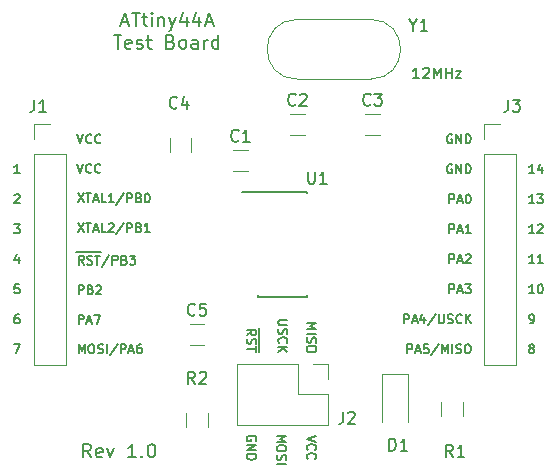
<source format=gbr>
G04 #@! TF.GenerationSoftware,KiCad,Pcbnew,(5.0.2)-1*
G04 #@! TF.CreationDate,2019-01-15T12:25:10+01:00*
G04 #@! TF.ProjectId,ATtiny44_DevBoard,41547469-6e79-4343-945f-446576426f61,rev?*
G04 #@! TF.SameCoordinates,Original*
G04 #@! TF.FileFunction,Legend,Top*
G04 #@! TF.FilePolarity,Positive*
%FSLAX46Y46*%
G04 Gerber Fmt 4.6, Leading zero omitted, Abs format (unit mm)*
G04 Created by KiCad (PCBNEW (5.0.2)-1) date 15/01/2019 12:25:10*
%MOMM*%
%LPD*%
G01*
G04 APERTURE LIST*
%ADD10C,0.177800*%
%ADD11C,0.203200*%
%ADD12C,0.127000*%
%ADD13C,0.152400*%
%ADD14C,0.120000*%
%ADD15C,0.150000*%
G04 APERTURE END LIST*
D10*
X132760357Y-110245071D02*
X132379357Y-109700785D01*
X132107214Y-110245071D02*
X132107214Y-109102071D01*
X132542642Y-109102071D01*
X132651500Y-109156500D01*
X132705928Y-109210928D01*
X132760357Y-109319785D01*
X132760357Y-109483071D01*
X132705928Y-109591928D01*
X132651500Y-109646357D01*
X132542642Y-109700785D01*
X132107214Y-109700785D01*
X133685642Y-110190642D02*
X133576785Y-110245071D01*
X133359071Y-110245071D01*
X133250214Y-110190642D01*
X133195785Y-110081785D01*
X133195785Y-109646357D01*
X133250214Y-109537500D01*
X133359071Y-109483071D01*
X133576785Y-109483071D01*
X133685642Y-109537500D01*
X133740071Y-109646357D01*
X133740071Y-109755214D01*
X133195785Y-109864071D01*
X134121071Y-109483071D02*
X134393214Y-110245071D01*
X134665357Y-109483071D01*
X136570357Y-110245071D02*
X135917214Y-110245071D01*
X136243785Y-110245071D02*
X136243785Y-109102071D01*
X136134928Y-109265357D01*
X136026071Y-109374214D01*
X135917214Y-109428642D01*
X137060214Y-110136214D02*
X137114642Y-110190642D01*
X137060214Y-110245071D01*
X137005785Y-110190642D01*
X137060214Y-110136214D01*
X137060214Y-110245071D01*
X137822214Y-109102071D02*
X137931071Y-109102071D01*
X138039928Y-109156500D01*
X138094357Y-109210928D01*
X138148785Y-109319785D01*
X138203214Y-109537500D01*
X138203214Y-109809642D01*
X138148785Y-110027357D01*
X138094357Y-110136214D01*
X138039928Y-110190642D01*
X137931071Y-110245071D01*
X137822214Y-110245071D01*
X137713357Y-110190642D01*
X137658928Y-110136214D01*
X137604500Y-110027357D01*
X137550071Y-109809642D01*
X137550071Y-109537500D01*
X137604500Y-109319785D01*
X137658928Y-109210928D01*
X137713357Y-109156500D01*
X137822214Y-109102071D01*
D11*
X135354785Y-73399650D02*
X135899071Y-73399650D01*
X135245928Y-73726221D02*
X135626928Y-72583221D01*
X136007928Y-73726221D01*
X136225642Y-72583221D02*
X136878785Y-72583221D01*
X136552214Y-73726221D02*
X136552214Y-72583221D01*
X137096500Y-72964221D02*
X137531928Y-72964221D01*
X137259785Y-72583221D02*
X137259785Y-73562935D01*
X137314214Y-73671792D01*
X137423071Y-73726221D01*
X137531928Y-73726221D01*
X137912928Y-73726221D02*
X137912928Y-72964221D01*
X137912928Y-72583221D02*
X137858500Y-72637650D01*
X137912928Y-72692078D01*
X137967357Y-72637650D01*
X137912928Y-72583221D01*
X137912928Y-72692078D01*
X138457214Y-72964221D02*
X138457214Y-73726221D01*
X138457214Y-73073078D02*
X138511642Y-73018650D01*
X138620500Y-72964221D01*
X138783785Y-72964221D01*
X138892642Y-73018650D01*
X138947071Y-73127507D01*
X138947071Y-73726221D01*
X139382500Y-72964221D02*
X139654642Y-73726221D01*
X139926785Y-72964221D02*
X139654642Y-73726221D01*
X139545785Y-73998364D01*
X139491357Y-74052792D01*
X139382500Y-74107221D01*
X140852071Y-72964221D02*
X140852071Y-73726221D01*
X140579928Y-72528792D02*
X140307785Y-73345221D01*
X141015357Y-73345221D01*
X141940642Y-72964221D02*
X141940642Y-73726221D01*
X141668500Y-72528792D02*
X141396357Y-73345221D01*
X142103928Y-73345221D01*
X142484928Y-73399650D02*
X143029214Y-73399650D01*
X142376071Y-73726221D02*
X142757071Y-72583221D01*
X143138071Y-73726221D01*
X134674428Y-74500921D02*
X135327571Y-74500921D01*
X135001000Y-75643921D02*
X135001000Y-74500921D01*
X136144000Y-75589492D02*
X136035142Y-75643921D01*
X135817428Y-75643921D01*
X135708571Y-75589492D01*
X135654142Y-75480635D01*
X135654142Y-75045207D01*
X135708571Y-74936350D01*
X135817428Y-74881921D01*
X136035142Y-74881921D01*
X136144000Y-74936350D01*
X136198428Y-75045207D01*
X136198428Y-75154064D01*
X135654142Y-75262921D01*
X136633857Y-75589492D02*
X136742714Y-75643921D01*
X136960428Y-75643921D01*
X137069285Y-75589492D01*
X137123714Y-75480635D01*
X137123714Y-75426207D01*
X137069285Y-75317350D01*
X136960428Y-75262921D01*
X136797142Y-75262921D01*
X136688285Y-75208492D01*
X136633857Y-75099635D01*
X136633857Y-75045207D01*
X136688285Y-74936350D01*
X136797142Y-74881921D01*
X136960428Y-74881921D01*
X137069285Y-74936350D01*
X137450285Y-74881921D02*
X137885714Y-74881921D01*
X137613571Y-74500921D02*
X137613571Y-75480635D01*
X137668000Y-75589492D01*
X137776857Y-75643921D01*
X137885714Y-75643921D01*
X139518571Y-75045207D02*
X139681857Y-75099635D01*
X139736285Y-75154064D01*
X139790714Y-75262921D01*
X139790714Y-75426207D01*
X139736285Y-75535064D01*
X139681857Y-75589492D01*
X139573000Y-75643921D01*
X139137571Y-75643921D01*
X139137571Y-74500921D01*
X139518571Y-74500921D01*
X139627428Y-74555350D01*
X139681857Y-74609778D01*
X139736285Y-74718635D01*
X139736285Y-74827492D01*
X139681857Y-74936350D01*
X139627428Y-74990778D01*
X139518571Y-75045207D01*
X139137571Y-75045207D01*
X140443857Y-75643921D02*
X140335000Y-75589492D01*
X140280571Y-75535064D01*
X140226142Y-75426207D01*
X140226142Y-75099635D01*
X140280571Y-74990778D01*
X140335000Y-74936350D01*
X140443857Y-74881921D01*
X140607142Y-74881921D01*
X140716000Y-74936350D01*
X140770428Y-74990778D01*
X140824857Y-75099635D01*
X140824857Y-75426207D01*
X140770428Y-75535064D01*
X140716000Y-75589492D01*
X140607142Y-75643921D01*
X140443857Y-75643921D01*
X141804571Y-75643921D02*
X141804571Y-75045207D01*
X141750142Y-74936350D01*
X141641285Y-74881921D01*
X141423571Y-74881921D01*
X141314714Y-74936350D01*
X141804571Y-75589492D02*
X141695714Y-75643921D01*
X141423571Y-75643921D01*
X141314714Y-75589492D01*
X141260285Y-75480635D01*
X141260285Y-75371778D01*
X141314714Y-75262921D01*
X141423571Y-75208492D01*
X141695714Y-75208492D01*
X141804571Y-75154064D01*
X142348857Y-75643921D02*
X142348857Y-74881921D01*
X142348857Y-75099635D02*
X142403285Y-74990778D01*
X142457714Y-74936350D01*
X142566571Y-74881921D01*
X142675428Y-74881921D01*
X143546285Y-75643921D02*
X143546285Y-74500921D01*
X143546285Y-75589492D02*
X143437428Y-75643921D01*
X143219714Y-75643921D01*
X143110857Y-75589492D01*
X143056428Y-75535064D01*
X143002000Y-75426207D01*
X143002000Y-75099635D01*
X143056428Y-74990778D01*
X143110857Y-74936350D01*
X143219714Y-74881921D01*
X143437428Y-74881921D01*
X143546285Y-74936350D01*
D12*
X146685000Y-108829928D02*
X146721285Y-108757357D01*
X146721285Y-108648500D01*
X146685000Y-108539642D01*
X146612428Y-108467071D01*
X146539857Y-108430785D01*
X146394714Y-108394500D01*
X146285857Y-108394500D01*
X146140714Y-108430785D01*
X146068142Y-108467071D01*
X145995571Y-108539642D01*
X145959285Y-108648500D01*
X145959285Y-108721071D01*
X145995571Y-108829928D01*
X146031857Y-108866214D01*
X146285857Y-108866214D01*
X146285857Y-108721071D01*
X145959285Y-109192785D02*
X146721285Y-109192785D01*
X145959285Y-109628214D01*
X146721285Y-109628214D01*
X145959285Y-109991071D02*
X146721285Y-109991071D01*
X146721285Y-110172500D01*
X146685000Y-110281357D01*
X146612428Y-110353928D01*
X146539857Y-110390214D01*
X146394714Y-110426500D01*
X146285857Y-110426500D01*
X146140714Y-110390214D01*
X146068142Y-110353928D01*
X145995571Y-110281357D01*
X145959285Y-110172500D01*
X145959285Y-109991071D01*
X148499285Y-108403571D02*
X149261285Y-108403571D01*
X148717000Y-108657571D01*
X149261285Y-108911571D01*
X148499285Y-108911571D01*
X149261285Y-109419571D02*
X149261285Y-109564714D01*
X149225000Y-109637285D01*
X149152428Y-109709857D01*
X149007285Y-109746142D01*
X148753285Y-109746142D01*
X148608142Y-109709857D01*
X148535571Y-109637285D01*
X148499285Y-109564714D01*
X148499285Y-109419571D01*
X148535571Y-109347000D01*
X148608142Y-109274428D01*
X148753285Y-109238142D01*
X149007285Y-109238142D01*
X149152428Y-109274428D01*
X149225000Y-109347000D01*
X149261285Y-109419571D01*
X148535571Y-110036428D02*
X148499285Y-110145285D01*
X148499285Y-110326714D01*
X148535571Y-110399285D01*
X148571857Y-110435571D01*
X148644428Y-110471857D01*
X148717000Y-110471857D01*
X148789571Y-110435571D01*
X148825857Y-110399285D01*
X148862142Y-110326714D01*
X148898428Y-110181571D01*
X148934714Y-110109000D01*
X148971000Y-110072714D01*
X149043571Y-110036428D01*
X149116142Y-110036428D01*
X149188714Y-110072714D01*
X149225000Y-110109000D01*
X149261285Y-110181571D01*
X149261285Y-110363000D01*
X149225000Y-110471857D01*
X148499285Y-110798428D02*
X149261285Y-110798428D01*
X151801285Y-108394500D02*
X151039285Y-108648500D01*
X151801285Y-108902500D01*
X151111857Y-109591928D02*
X151075571Y-109555642D01*
X151039285Y-109446785D01*
X151039285Y-109374214D01*
X151075571Y-109265357D01*
X151148142Y-109192785D01*
X151220714Y-109156500D01*
X151365857Y-109120214D01*
X151474714Y-109120214D01*
X151619857Y-109156500D01*
X151692428Y-109192785D01*
X151765000Y-109265357D01*
X151801285Y-109374214D01*
X151801285Y-109446785D01*
X151765000Y-109555642D01*
X151728714Y-109591928D01*
X151111857Y-110353928D02*
X151075571Y-110317642D01*
X151039285Y-110208785D01*
X151039285Y-110136214D01*
X151075571Y-110027357D01*
X151148142Y-109954785D01*
X151220714Y-109918500D01*
X151365857Y-109882214D01*
X151474714Y-109882214D01*
X151619857Y-109918500D01*
X151692428Y-109954785D01*
X151765000Y-110027357D01*
X151801285Y-110136214D01*
X151801285Y-110208785D01*
X151765000Y-110317642D01*
X151728714Y-110353928D01*
X151039285Y-98896714D02*
X151801285Y-98896714D01*
X151257000Y-99150714D01*
X151801285Y-99404714D01*
X151039285Y-99404714D01*
X151039285Y-99767571D02*
X151801285Y-99767571D01*
X151075571Y-100094143D02*
X151039285Y-100203000D01*
X151039285Y-100384428D01*
X151075571Y-100457000D01*
X151111857Y-100493285D01*
X151184428Y-100529571D01*
X151257000Y-100529571D01*
X151329571Y-100493285D01*
X151365857Y-100457000D01*
X151402142Y-100384428D01*
X151438428Y-100239285D01*
X151474714Y-100166714D01*
X151511000Y-100130428D01*
X151583571Y-100094143D01*
X151656142Y-100094143D01*
X151728714Y-100130428D01*
X151765000Y-100166714D01*
X151801285Y-100239285D01*
X151801285Y-100420714D01*
X151765000Y-100529571D01*
X151801285Y-101001285D02*
X151801285Y-101146428D01*
X151765000Y-101219000D01*
X151692428Y-101291571D01*
X151547285Y-101327857D01*
X151293285Y-101327857D01*
X151148142Y-101291571D01*
X151075571Y-101219000D01*
X151039285Y-101146428D01*
X151039285Y-101001285D01*
X151075571Y-100928714D01*
X151148142Y-100856143D01*
X151293285Y-100819857D01*
X151547285Y-100819857D01*
X151692428Y-100856143D01*
X151765000Y-100928714D01*
X151801285Y-101001285D01*
X149383205Y-98606428D02*
X148766348Y-98606428D01*
X148693777Y-98642714D01*
X148657491Y-98679000D01*
X148621205Y-98751571D01*
X148621205Y-98896714D01*
X148657491Y-98969285D01*
X148693777Y-99005571D01*
X148766348Y-99041857D01*
X149383205Y-99041857D01*
X148657491Y-99368428D02*
X148621205Y-99477285D01*
X148621205Y-99658714D01*
X148657491Y-99731285D01*
X148693777Y-99767571D01*
X148766348Y-99803857D01*
X148838920Y-99803857D01*
X148911491Y-99767571D01*
X148947777Y-99731285D01*
X148984062Y-99658714D01*
X149020348Y-99513571D01*
X149056634Y-99441000D01*
X149092920Y-99404714D01*
X149165491Y-99368428D01*
X149238062Y-99368428D01*
X149310634Y-99404714D01*
X149346920Y-99441000D01*
X149383205Y-99513571D01*
X149383205Y-99695000D01*
X149346920Y-99803857D01*
X148693777Y-100565857D02*
X148657491Y-100529571D01*
X148621205Y-100420714D01*
X148621205Y-100348142D01*
X148657491Y-100239285D01*
X148730062Y-100166714D01*
X148802634Y-100130428D01*
X148947777Y-100094142D01*
X149056634Y-100094142D01*
X149201777Y-100130428D01*
X149274348Y-100166714D01*
X149346920Y-100239285D01*
X149383205Y-100348142D01*
X149383205Y-100420714D01*
X149346920Y-100529571D01*
X149310634Y-100565857D01*
X148621205Y-100892428D02*
X149383205Y-100892428D01*
X148621205Y-101327857D02*
X149056634Y-101001285D01*
X149383205Y-101327857D02*
X148947777Y-100892428D01*
X147017740Y-99295857D02*
X147017740Y-100057857D01*
X145959285Y-99912714D02*
X146322142Y-99658714D01*
X145959285Y-99477285D02*
X146721285Y-99477285D01*
X146721285Y-99767571D01*
X146685000Y-99840142D01*
X146648714Y-99876428D01*
X146576142Y-99912714D01*
X146467285Y-99912714D01*
X146394714Y-99876428D01*
X146358428Y-99840142D01*
X146322142Y-99767571D01*
X146322142Y-99477285D01*
X147017740Y-100057857D02*
X147017740Y-100783571D01*
X145995571Y-100203000D02*
X145959285Y-100311857D01*
X145959285Y-100493285D01*
X145995571Y-100565857D01*
X146031857Y-100602142D01*
X146104428Y-100638428D01*
X146177000Y-100638428D01*
X146249571Y-100602142D01*
X146285857Y-100565857D01*
X146322142Y-100493285D01*
X146358428Y-100348142D01*
X146394714Y-100275571D01*
X146431000Y-100239285D01*
X146503571Y-100203000D01*
X146576142Y-100203000D01*
X146648714Y-100239285D01*
X146685000Y-100275571D01*
X146721285Y-100348142D01*
X146721285Y-100529571D01*
X146685000Y-100638428D01*
X147017740Y-100783571D02*
X147017740Y-101364142D01*
X146721285Y-100856142D02*
X146721285Y-101291571D01*
X145959285Y-101073857D02*
X146721285Y-101073857D01*
X170288857Y-86196714D02*
X169853428Y-86196714D01*
X170071142Y-86196714D02*
X170071142Y-85434714D01*
X169998571Y-85543571D01*
X169926000Y-85616142D01*
X169853428Y-85652428D01*
X170942000Y-85688714D02*
X170942000Y-86196714D01*
X170760571Y-85398428D02*
X170579142Y-85942714D01*
X171050857Y-85942714D01*
X170288857Y-88736714D02*
X169853428Y-88736714D01*
X170071142Y-88736714D02*
X170071142Y-87974714D01*
X169998571Y-88083571D01*
X169926000Y-88156142D01*
X169853428Y-88192428D01*
X170542857Y-87974714D02*
X171014571Y-87974714D01*
X170760571Y-88265000D01*
X170869428Y-88265000D01*
X170942000Y-88301285D01*
X170978285Y-88337571D01*
X171014571Y-88410142D01*
X171014571Y-88591571D01*
X170978285Y-88664142D01*
X170942000Y-88700428D01*
X170869428Y-88736714D01*
X170651714Y-88736714D01*
X170579142Y-88700428D01*
X170542857Y-88664142D01*
X170288857Y-91276714D02*
X169853428Y-91276714D01*
X170071142Y-91276714D02*
X170071142Y-90514714D01*
X169998571Y-90623571D01*
X169926000Y-90696142D01*
X169853428Y-90732428D01*
X170579142Y-90587285D02*
X170615428Y-90551000D01*
X170688000Y-90514714D01*
X170869428Y-90514714D01*
X170942000Y-90551000D01*
X170978285Y-90587285D01*
X171014571Y-90659857D01*
X171014571Y-90732428D01*
X170978285Y-90841285D01*
X170542857Y-91276714D01*
X171014571Y-91276714D01*
X170288857Y-93816714D02*
X169853428Y-93816714D01*
X170071142Y-93816714D02*
X170071142Y-93054714D01*
X169998571Y-93163571D01*
X169926000Y-93236142D01*
X169853428Y-93272428D01*
X171014571Y-93816714D02*
X170579142Y-93816714D01*
X170796857Y-93816714D02*
X170796857Y-93054714D01*
X170724285Y-93163571D01*
X170651714Y-93236142D01*
X170579142Y-93272428D01*
X170288857Y-96356714D02*
X169853428Y-96356714D01*
X170071142Y-96356714D02*
X170071142Y-95594714D01*
X169998571Y-95703571D01*
X169926000Y-95776142D01*
X169853428Y-95812428D01*
X170760571Y-95594714D02*
X170833142Y-95594714D01*
X170905714Y-95631000D01*
X170942000Y-95667285D01*
X170978285Y-95739857D01*
X171014571Y-95885000D01*
X171014571Y-96066428D01*
X170978285Y-96211571D01*
X170942000Y-96284142D01*
X170905714Y-96320428D01*
X170833142Y-96356714D01*
X170760571Y-96356714D01*
X170688000Y-96320428D01*
X170651714Y-96284142D01*
X170615428Y-96211571D01*
X170579142Y-96066428D01*
X170579142Y-95885000D01*
X170615428Y-95739857D01*
X170651714Y-95667285D01*
X170688000Y-95631000D01*
X170760571Y-95594714D01*
X169926000Y-98896714D02*
X170071143Y-98896714D01*
X170143714Y-98860428D01*
X170180000Y-98824142D01*
X170252571Y-98715285D01*
X170288857Y-98570142D01*
X170288857Y-98279857D01*
X170252571Y-98207285D01*
X170216285Y-98171000D01*
X170143714Y-98134714D01*
X169998571Y-98134714D01*
X169926000Y-98171000D01*
X169889714Y-98207285D01*
X169853428Y-98279857D01*
X169853428Y-98461285D01*
X169889714Y-98533857D01*
X169926000Y-98570142D01*
X169998571Y-98606428D01*
X170143714Y-98606428D01*
X170216285Y-98570142D01*
X170252571Y-98533857D01*
X170288857Y-98461285D01*
X169998571Y-101001285D02*
X169926000Y-100965000D01*
X169889714Y-100928714D01*
X169853428Y-100856142D01*
X169853428Y-100819857D01*
X169889714Y-100747285D01*
X169926000Y-100711000D01*
X169998571Y-100674714D01*
X170143714Y-100674714D01*
X170216285Y-100711000D01*
X170252571Y-100747285D01*
X170288857Y-100819857D01*
X170288857Y-100856142D01*
X170252571Y-100928714D01*
X170216285Y-100965000D01*
X170143714Y-101001285D01*
X169998571Y-101001285D01*
X169926000Y-101037571D01*
X169889714Y-101073857D01*
X169853428Y-101146428D01*
X169853428Y-101291571D01*
X169889714Y-101364142D01*
X169926000Y-101400428D01*
X169998571Y-101436714D01*
X170143714Y-101436714D01*
X170216285Y-101400428D01*
X170252571Y-101364142D01*
X170288857Y-101291571D01*
X170288857Y-101146428D01*
X170252571Y-101073857D01*
X170216285Y-101037571D01*
X170143714Y-101001285D01*
X126238000Y-100674714D02*
X126746000Y-100674714D01*
X126419428Y-101436714D01*
X126637142Y-98134714D02*
X126492000Y-98134714D01*
X126419428Y-98171000D01*
X126383142Y-98207285D01*
X126310571Y-98316142D01*
X126274285Y-98461285D01*
X126274285Y-98751571D01*
X126310571Y-98824142D01*
X126346857Y-98860428D01*
X126419428Y-98896714D01*
X126564571Y-98896714D01*
X126637142Y-98860428D01*
X126673428Y-98824142D01*
X126709714Y-98751571D01*
X126709714Y-98570142D01*
X126673428Y-98497571D01*
X126637142Y-98461285D01*
X126564571Y-98425000D01*
X126419428Y-98425000D01*
X126346857Y-98461285D01*
X126310571Y-98497571D01*
X126274285Y-98570142D01*
X126673428Y-95594714D02*
X126310571Y-95594714D01*
X126274285Y-95957571D01*
X126310571Y-95921285D01*
X126383142Y-95885000D01*
X126564571Y-95885000D01*
X126637142Y-95921285D01*
X126673428Y-95957571D01*
X126709714Y-96030142D01*
X126709714Y-96211571D01*
X126673428Y-96284142D01*
X126637142Y-96320428D01*
X126564571Y-96356714D01*
X126383142Y-96356714D01*
X126310571Y-96320428D01*
X126274285Y-96284142D01*
X126637142Y-93308714D02*
X126637142Y-93816714D01*
X126455714Y-93018428D02*
X126274285Y-93562714D01*
X126746000Y-93562714D01*
X126238000Y-90514714D02*
X126709714Y-90514714D01*
X126455714Y-90805000D01*
X126564571Y-90805000D01*
X126637142Y-90841285D01*
X126673428Y-90877571D01*
X126709714Y-90950142D01*
X126709714Y-91131571D01*
X126673428Y-91204142D01*
X126637142Y-91240428D01*
X126564571Y-91276714D01*
X126346857Y-91276714D01*
X126274285Y-91240428D01*
X126238000Y-91204142D01*
X126274285Y-88047285D02*
X126310571Y-88011000D01*
X126383142Y-87974714D01*
X126564571Y-87974714D01*
X126637142Y-88011000D01*
X126673428Y-88047285D01*
X126709714Y-88119857D01*
X126709714Y-88192428D01*
X126673428Y-88301285D01*
X126238000Y-88736714D01*
X126709714Y-88736714D01*
X126709714Y-86196714D02*
X126274285Y-86196714D01*
X126492000Y-86196714D02*
X126492000Y-85434714D01*
X126419428Y-85543571D01*
X126346857Y-85616142D01*
X126274285Y-85652428D01*
X159530143Y-101436714D02*
X159530143Y-100674714D01*
X159820428Y-100674714D01*
X159893000Y-100711000D01*
X159929285Y-100747285D01*
X159965571Y-100819857D01*
X159965571Y-100928714D01*
X159929285Y-101001285D01*
X159893000Y-101037571D01*
X159820428Y-101073857D01*
X159530143Y-101073857D01*
X160255857Y-101219000D02*
X160618714Y-101219000D01*
X160183285Y-101436714D02*
X160437285Y-100674714D01*
X160691285Y-101436714D01*
X161308143Y-100674714D02*
X160945285Y-100674714D01*
X160909000Y-101037571D01*
X160945285Y-101001285D01*
X161017857Y-100965000D01*
X161199285Y-100965000D01*
X161271857Y-101001285D01*
X161308143Y-101037571D01*
X161344428Y-101110142D01*
X161344428Y-101291571D01*
X161308143Y-101364142D01*
X161271857Y-101400428D01*
X161199285Y-101436714D01*
X161017857Y-101436714D01*
X160945285Y-101400428D01*
X160909000Y-101364142D01*
X162215285Y-100638428D02*
X161562143Y-101618142D01*
X162469285Y-101436714D02*
X162469285Y-100674714D01*
X162723285Y-101219000D01*
X162977285Y-100674714D01*
X162977285Y-101436714D01*
X163340143Y-101436714D02*
X163340143Y-100674714D01*
X163666714Y-101400428D02*
X163775571Y-101436714D01*
X163957000Y-101436714D01*
X164029571Y-101400428D01*
X164065857Y-101364142D01*
X164102143Y-101291571D01*
X164102143Y-101219000D01*
X164065857Y-101146428D01*
X164029571Y-101110142D01*
X163957000Y-101073857D01*
X163811857Y-101037571D01*
X163739285Y-101001285D01*
X163703000Y-100965000D01*
X163666714Y-100892428D01*
X163666714Y-100819857D01*
X163703000Y-100747285D01*
X163739285Y-100711000D01*
X163811857Y-100674714D01*
X163993285Y-100674714D01*
X164102143Y-100711000D01*
X164573857Y-100674714D02*
X164719000Y-100674714D01*
X164791571Y-100711000D01*
X164864143Y-100783571D01*
X164900428Y-100928714D01*
X164900428Y-101182714D01*
X164864143Y-101327857D01*
X164791571Y-101400428D01*
X164719000Y-101436714D01*
X164573857Y-101436714D01*
X164501285Y-101400428D01*
X164428714Y-101327857D01*
X164392428Y-101182714D01*
X164392428Y-100928714D01*
X164428714Y-100783571D01*
X164501285Y-100711000D01*
X164573857Y-100674714D01*
X159239857Y-98896714D02*
X159239857Y-98134714D01*
X159530142Y-98134714D01*
X159602714Y-98171000D01*
X159639000Y-98207285D01*
X159675285Y-98279857D01*
X159675285Y-98388714D01*
X159639000Y-98461285D01*
X159602714Y-98497571D01*
X159530142Y-98533857D01*
X159239857Y-98533857D01*
X159965571Y-98679000D02*
X160328428Y-98679000D01*
X159893000Y-98896714D02*
X160147000Y-98134714D01*
X160401000Y-98896714D01*
X160981571Y-98388714D02*
X160981571Y-98896714D01*
X160800142Y-98098428D02*
X160618714Y-98642714D01*
X161090428Y-98642714D01*
X161925000Y-98098428D02*
X161271857Y-99078142D01*
X162179000Y-98134714D02*
X162179000Y-98751571D01*
X162215285Y-98824142D01*
X162251571Y-98860428D01*
X162324142Y-98896714D01*
X162469285Y-98896714D01*
X162541857Y-98860428D01*
X162578142Y-98824142D01*
X162614428Y-98751571D01*
X162614428Y-98134714D01*
X162941000Y-98860428D02*
X163049857Y-98896714D01*
X163231285Y-98896714D01*
X163303857Y-98860428D01*
X163340142Y-98824142D01*
X163376428Y-98751571D01*
X163376428Y-98679000D01*
X163340142Y-98606428D01*
X163303857Y-98570142D01*
X163231285Y-98533857D01*
X163086142Y-98497571D01*
X163013571Y-98461285D01*
X162977285Y-98425000D01*
X162941000Y-98352428D01*
X162941000Y-98279857D01*
X162977285Y-98207285D01*
X163013571Y-98171000D01*
X163086142Y-98134714D01*
X163267571Y-98134714D01*
X163376428Y-98171000D01*
X164138428Y-98824142D02*
X164102142Y-98860428D01*
X163993285Y-98896714D01*
X163920714Y-98896714D01*
X163811857Y-98860428D01*
X163739285Y-98787857D01*
X163703000Y-98715285D01*
X163666714Y-98570142D01*
X163666714Y-98461285D01*
X163703000Y-98316142D01*
X163739285Y-98243571D01*
X163811857Y-98171000D01*
X163920714Y-98134714D01*
X163993285Y-98134714D01*
X164102142Y-98171000D01*
X164138428Y-98207285D01*
X164465000Y-98896714D02*
X164465000Y-98134714D01*
X164900428Y-98896714D02*
X164573857Y-98461285D01*
X164900428Y-98134714D02*
X164465000Y-98570142D01*
X163086143Y-96356714D02*
X163086143Y-95594714D01*
X163376428Y-95594714D01*
X163449000Y-95631000D01*
X163485285Y-95667285D01*
X163521571Y-95739857D01*
X163521571Y-95848714D01*
X163485285Y-95921285D01*
X163449000Y-95957571D01*
X163376428Y-95993857D01*
X163086143Y-95993857D01*
X163811857Y-96139000D02*
X164174714Y-96139000D01*
X163739285Y-96356714D02*
X163993285Y-95594714D01*
X164247285Y-96356714D01*
X164428714Y-95594714D02*
X164900428Y-95594714D01*
X164646428Y-95885000D01*
X164755285Y-95885000D01*
X164827857Y-95921285D01*
X164864143Y-95957571D01*
X164900428Y-96030142D01*
X164900428Y-96211571D01*
X164864143Y-96284142D01*
X164827857Y-96320428D01*
X164755285Y-96356714D01*
X164537571Y-96356714D01*
X164465000Y-96320428D01*
X164428714Y-96284142D01*
X163086143Y-93816714D02*
X163086143Y-93054714D01*
X163376428Y-93054714D01*
X163449000Y-93091000D01*
X163485285Y-93127285D01*
X163521571Y-93199857D01*
X163521571Y-93308714D01*
X163485285Y-93381285D01*
X163449000Y-93417571D01*
X163376428Y-93453857D01*
X163086143Y-93453857D01*
X163811857Y-93599000D02*
X164174714Y-93599000D01*
X163739285Y-93816714D02*
X163993285Y-93054714D01*
X164247285Y-93816714D01*
X164465000Y-93127285D02*
X164501285Y-93091000D01*
X164573857Y-93054714D01*
X164755285Y-93054714D01*
X164827857Y-93091000D01*
X164864143Y-93127285D01*
X164900428Y-93199857D01*
X164900428Y-93272428D01*
X164864143Y-93381285D01*
X164428714Y-93816714D01*
X164900428Y-93816714D01*
X163086143Y-91276714D02*
X163086143Y-90514714D01*
X163376428Y-90514714D01*
X163449000Y-90551000D01*
X163485285Y-90587285D01*
X163521571Y-90659857D01*
X163521571Y-90768714D01*
X163485285Y-90841285D01*
X163449000Y-90877571D01*
X163376428Y-90913857D01*
X163086143Y-90913857D01*
X163811857Y-91059000D02*
X164174714Y-91059000D01*
X163739285Y-91276714D02*
X163993285Y-90514714D01*
X164247285Y-91276714D01*
X164900428Y-91276714D02*
X164465000Y-91276714D01*
X164682714Y-91276714D02*
X164682714Y-90514714D01*
X164610143Y-90623571D01*
X164537571Y-90696142D01*
X164465000Y-90732428D01*
X163086143Y-88736714D02*
X163086143Y-87974714D01*
X163376428Y-87974714D01*
X163449000Y-88011000D01*
X163485285Y-88047285D01*
X163521571Y-88119857D01*
X163521571Y-88228714D01*
X163485285Y-88301285D01*
X163449000Y-88337571D01*
X163376428Y-88373857D01*
X163086143Y-88373857D01*
X163811857Y-88519000D02*
X164174714Y-88519000D01*
X163739285Y-88736714D02*
X163993285Y-87974714D01*
X164247285Y-88736714D01*
X164646428Y-87974714D02*
X164719000Y-87974714D01*
X164791571Y-88011000D01*
X164827857Y-88047285D01*
X164864143Y-88119857D01*
X164900428Y-88265000D01*
X164900428Y-88446428D01*
X164864143Y-88591571D01*
X164827857Y-88664142D01*
X164791571Y-88700428D01*
X164719000Y-88736714D01*
X164646428Y-88736714D01*
X164573857Y-88700428D01*
X164537571Y-88664142D01*
X164501285Y-88591571D01*
X164465000Y-88446428D01*
X164465000Y-88265000D01*
X164501285Y-88119857D01*
X164537571Y-88047285D01*
X164573857Y-88011000D01*
X164646428Y-87974714D01*
X163303857Y-85471000D02*
X163231286Y-85434714D01*
X163122429Y-85434714D01*
X163013571Y-85471000D01*
X162941000Y-85543571D01*
X162904714Y-85616142D01*
X162868429Y-85761285D01*
X162868429Y-85870142D01*
X162904714Y-86015285D01*
X162941000Y-86087857D01*
X163013571Y-86160428D01*
X163122429Y-86196714D01*
X163195000Y-86196714D01*
X163303857Y-86160428D01*
X163340143Y-86124142D01*
X163340143Y-85870142D01*
X163195000Y-85870142D01*
X163666714Y-86196714D02*
X163666714Y-85434714D01*
X164102143Y-86196714D01*
X164102143Y-85434714D01*
X164465000Y-86196714D02*
X164465000Y-85434714D01*
X164646429Y-85434714D01*
X164755286Y-85471000D01*
X164827857Y-85543571D01*
X164864143Y-85616142D01*
X164900429Y-85761285D01*
X164900429Y-85870142D01*
X164864143Y-86015285D01*
X164827857Y-86087857D01*
X164755286Y-86160428D01*
X164646429Y-86196714D01*
X164465000Y-86196714D01*
X163303857Y-82931000D02*
X163231286Y-82894714D01*
X163122429Y-82894714D01*
X163013571Y-82931000D01*
X162941000Y-83003571D01*
X162904714Y-83076142D01*
X162868429Y-83221285D01*
X162868429Y-83330142D01*
X162904714Y-83475285D01*
X162941000Y-83547857D01*
X163013571Y-83620428D01*
X163122429Y-83656714D01*
X163195000Y-83656714D01*
X163303857Y-83620428D01*
X163340143Y-83584142D01*
X163340143Y-83330142D01*
X163195000Y-83330142D01*
X163666714Y-83656714D02*
X163666714Y-82894714D01*
X164102143Y-83656714D01*
X164102143Y-82894714D01*
X164465000Y-83656714D02*
X164465000Y-82894714D01*
X164646429Y-82894714D01*
X164755286Y-82931000D01*
X164827857Y-83003571D01*
X164864143Y-83076142D01*
X164900429Y-83221285D01*
X164900429Y-83330142D01*
X164864143Y-83475285D01*
X164827857Y-83547857D01*
X164755286Y-83620428D01*
X164646429Y-83656714D01*
X164465000Y-83656714D01*
X131699000Y-101436714D02*
X131699000Y-100674714D01*
X131953000Y-101219000D01*
X132207000Y-100674714D01*
X132207000Y-101436714D01*
X132715000Y-100674714D02*
X132860142Y-100674714D01*
X132932714Y-100711000D01*
X133005285Y-100783571D01*
X133041571Y-100928714D01*
X133041571Y-101182714D01*
X133005285Y-101327857D01*
X132932714Y-101400428D01*
X132860142Y-101436714D01*
X132715000Y-101436714D01*
X132642428Y-101400428D01*
X132569857Y-101327857D01*
X132533571Y-101182714D01*
X132533571Y-100928714D01*
X132569857Y-100783571D01*
X132642428Y-100711000D01*
X132715000Y-100674714D01*
X133331857Y-101400428D02*
X133440714Y-101436714D01*
X133622142Y-101436714D01*
X133694714Y-101400428D01*
X133731000Y-101364142D01*
X133767285Y-101291571D01*
X133767285Y-101219000D01*
X133731000Y-101146428D01*
X133694714Y-101110142D01*
X133622142Y-101073857D01*
X133477000Y-101037571D01*
X133404428Y-101001285D01*
X133368142Y-100965000D01*
X133331857Y-100892428D01*
X133331857Y-100819857D01*
X133368142Y-100747285D01*
X133404428Y-100711000D01*
X133477000Y-100674714D01*
X133658428Y-100674714D01*
X133767285Y-100711000D01*
X134093857Y-101436714D02*
X134093857Y-100674714D01*
X135001000Y-100638428D02*
X134347857Y-101618142D01*
X135255000Y-101436714D02*
X135255000Y-100674714D01*
X135545285Y-100674714D01*
X135617857Y-100711000D01*
X135654142Y-100747285D01*
X135690428Y-100819857D01*
X135690428Y-100928714D01*
X135654142Y-101001285D01*
X135617857Y-101037571D01*
X135545285Y-101073857D01*
X135255000Y-101073857D01*
X135980714Y-101219000D02*
X136343571Y-101219000D01*
X135908142Y-101436714D02*
X136162142Y-100674714D01*
X136416142Y-101436714D01*
X136996714Y-100674714D02*
X136851571Y-100674714D01*
X136779000Y-100711000D01*
X136742714Y-100747285D01*
X136670142Y-100856142D01*
X136633857Y-101001285D01*
X136633857Y-101291571D01*
X136670142Y-101364142D01*
X136706428Y-101400428D01*
X136779000Y-101436714D01*
X136924142Y-101436714D01*
X136996714Y-101400428D01*
X137033000Y-101364142D01*
X137069285Y-101291571D01*
X137069285Y-101110142D01*
X137033000Y-101037571D01*
X136996714Y-101001285D01*
X136924142Y-100965000D01*
X136779000Y-100965000D01*
X136706428Y-101001285D01*
X136670142Y-101037571D01*
X136633857Y-101110142D01*
X131699000Y-98931544D02*
X131699000Y-98169544D01*
X131989285Y-98169544D01*
X132061857Y-98205830D01*
X132098142Y-98242115D01*
X132134428Y-98314687D01*
X132134428Y-98423544D01*
X132098142Y-98496115D01*
X132061857Y-98532401D01*
X131989285Y-98568687D01*
X131699000Y-98568687D01*
X132424714Y-98713830D02*
X132787571Y-98713830D01*
X132352142Y-98931544D02*
X132606142Y-98169544D01*
X132860142Y-98931544D01*
X133041571Y-98169544D02*
X133549571Y-98169544D01*
X133223000Y-98931544D01*
X131699000Y-96426379D02*
X131699000Y-95664379D01*
X131989286Y-95664379D01*
X132061857Y-95700665D01*
X132098143Y-95736950D01*
X132134429Y-95809522D01*
X132134429Y-95918379D01*
X132098143Y-95990950D01*
X132061857Y-96027236D01*
X131989286Y-96063522D01*
X131699000Y-96063522D01*
X132715000Y-96027236D02*
X132823857Y-96063522D01*
X132860143Y-96099807D01*
X132896429Y-96172379D01*
X132896429Y-96281236D01*
X132860143Y-96353807D01*
X132823857Y-96390093D01*
X132751286Y-96426379D01*
X132461000Y-96426379D01*
X132461000Y-95664379D01*
X132715000Y-95664379D01*
X132787571Y-95700665D01*
X132823857Y-95736950D01*
X132860143Y-95809522D01*
X132860143Y-95882093D01*
X132823857Y-95954665D01*
X132787571Y-95990950D01*
X132715000Y-96027236D01*
X132461000Y-96027236D01*
X133186714Y-95736950D02*
X133223000Y-95700665D01*
X133295571Y-95664379D01*
X133477000Y-95664379D01*
X133549571Y-95700665D01*
X133585857Y-95736950D01*
X133622143Y-95809522D01*
X133622143Y-95882093D01*
X133585857Y-95990950D01*
X133150429Y-96426379D01*
X133622143Y-96426379D01*
X131517572Y-92862760D02*
X132279572Y-92862760D01*
X132134429Y-93921214D02*
X131880429Y-93558357D01*
X131699000Y-93921214D02*
X131699000Y-93159214D01*
X131989286Y-93159214D01*
X132061857Y-93195500D01*
X132098143Y-93231785D01*
X132134429Y-93304357D01*
X132134429Y-93413214D01*
X132098143Y-93485785D01*
X132061857Y-93522071D01*
X131989286Y-93558357D01*
X131699000Y-93558357D01*
X132279572Y-92862760D02*
X133005286Y-92862760D01*
X132424715Y-93884928D02*
X132533572Y-93921214D01*
X132715000Y-93921214D01*
X132787572Y-93884928D01*
X132823857Y-93848642D01*
X132860143Y-93776071D01*
X132860143Y-93703500D01*
X132823857Y-93630928D01*
X132787572Y-93594642D01*
X132715000Y-93558357D01*
X132569857Y-93522071D01*
X132497286Y-93485785D01*
X132461000Y-93449500D01*
X132424715Y-93376928D01*
X132424715Y-93304357D01*
X132461000Y-93231785D01*
X132497286Y-93195500D01*
X132569857Y-93159214D01*
X132751286Y-93159214D01*
X132860143Y-93195500D01*
X133005286Y-92862760D02*
X133585857Y-92862760D01*
X133077857Y-93159214D02*
X133513286Y-93159214D01*
X133295572Y-93921214D02*
X133295572Y-93159214D01*
X134311572Y-93122928D02*
X133658429Y-94102642D01*
X134565572Y-93921214D02*
X134565572Y-93159214D01*
X134855857Y-93159214D01*
X134928429Y-93195500D01*
X134964715Y-93231785D01*
X135001000Y-93304357D01*
X135001000Y-93413214D01*
X134964715Y-93485785D01*
X134928429Y-93522071D01*
X134855857Y-93558357D01*
X134565572Y-93558357D01*
X135581572Y-93522071D02*
X135690429Y-93558357D01*
X135726715Y-93594642D01*
X135763000Y-93667214D01*
X135763000Y-93776071D01*
X135726715Y-93848642D01*
X135690429Y-93884928D01*
X135617857Y-93921214D01*
X135327572Y-93921214D01*
X135327572Y-93159214D01*
X135581572Y-93159214D01*
X135654143Y-93195500D01*
X135690429Y-93231785D01*
X135726715Y-93304357D01*
X135726715Y-93376928D01*
X135690429Y-93449500D01*
X135654143Y-93485785D01*
X135581572Y-93522071D01*
X135327572Y-93522071D01*
X136017000Y-93159214D02*
X136488715Y-93159214D01*
X136234715Y-93449500D01*
X136343572Y-93449500D01*
X136416143Y-93485785D01*
X136452429Y-93522071D01*
X136488715Y-93594642D01*
X136488715Y-93776071D01*
X136452429Y-93848642D01*
X136416143Y-93884928D01*
X136343572Y-93921214D01*
X136125857Y-93921214D01*
X136053286Y-93884928D01*
X136017000Y-93848642D01*
X131626429Y-90410209D02*
X132134429Y-91172209D01*
X132134429Y-90410209D02*
X131626429Y-91172209D01*
X132315857Y-90410209D02*
X132751286Y-90410209D01*
X132533572Y-91172209D02*
X132533572Y-90410209D01*
X132969000Y-90954495D02*
X133331857Y-90954495D01*
X132896429Y-91172209D02*
X133150429Y-90410209D01*
X133404429Y-91172209D01*
X134021286Y-91172209D02*
X133658429Y-91172209D01*
X133658429Y-90410209D01*
X134239000Y-90482780D02*
X134275286Y-90446495D01*
X134347857Y-90410209D01*
X134529286Y-90410209D01*
X134601857Y-90446495D01*
X134638143Y-90482780D01*
X134674429Y-90555352D01*
X134674429Y-90627923D01*
X134638143Y-90736780D01*
X134202714Y-91172209D01*
X134674429Y-91172209D01*
X135545286Y-90373923D02*
X134892143Y-91353637D01*
X135799286Y-91172209D02*
X135799286Y-90410209D01*
X136089572Y-90410209D01*
X136162143Y-90446495D01*
X136198429Y-90482780D01*
X136234714Y-90555352D01*
X136234714Y-90664209D01*
X136198429Y-90736780D01*
X136162143Y-90773066D01*
X136089572Y-90809352D01*
X135799286Y-90809352D01*
X136815286Y-90773066D02*
X136924143Y-90809352D01*
X136960429Y-90845637D01*
X136996714Y-90918209D01*
X136996714Y-91027066D01*
X136960429Y-91099637D01*
X136924143Y-91135923D01*
X136851572Y-91172209D01*
X136561286Y-91172209D01*
X136561286Y-90410209D01*
X136815286Y-90410209D01*
X136887857Y-90446495D01*
X136924143Y-90482780D01*
X136960429Y-90555352D01*
X136960429Y-90627923D01*
X136924143Y-90700495D01*
X136887857Y-90736780D01*
X136815286Y-90773066D01*
X136561286Y-90773066D01*
X137722429Y-91172209D02*
X137287000Y-91172209D01*
X137504714Y-91172209D02*
X137504714Y-90410209D01*
X137432143Y-90519066D01*
X137359572Y-90591637D01*
X137287000Y-90627923D01*
X131626429Y-87905044D02*
X132134429Y-88667044D01*
X132134429Y-87905044D02*
X131626429Y-88667044D01*
X132315857Y-87905044D02*
X132751286Y-87905044D01*
X132533572Y-88667044D02*
X132533572Y-87905044D01*
X132969000Y-88449330D02*
X133331857Y-88449330D01*
X132896429Y-88667044D02*
X133150429Y-87905044D01*
X133404429Y-88667044D01*
X134021286Y-88667044D02*
X133658429Y-88667044D01*
X133658429Y-87905044D01*
X134674429Y-88667044D02*
X134239000Y-88667044D01*
X134456714Y-88667044D02*
X134456714Y-87905044D01*
X134384143Y-88013901D01*
X134311572Y-88086472D01*
X134239000Y-88122758D01*
X135545286Y-87868758D02*
X134892143Y-88848472D01*
X135799286Y-88667044D02*
X135799286Y-87905044D01*
X136089572Y-87905044D01*
X136162143Y-87941330D01*
X136198429Y-87977615D01*
X136234714Y-88050187D01*
X136234714Y-88159044D01*
X136198429Y-88231615D01*
X136162143Y-88267901D01*
X136089572Y-88304187D01*
X135799286Y-88304187D01*
X136815286Y-88267901D02*
X136924143Y-88304187D01*
X136960429Y-88340472D01*
X136996714Y-88413044D01*
X136996714Y-88521901D01*
X136960429Y-88594472D01*
X136924143Y-88630758D01*
X136851572Y-88667044D01*
X136561286Y-88667044D01*
X136561286Y-87905044D01*
X136815286Y-87905044D01*
X136887857Y-87941330D01*
X136924143Y-87977615D01*
X136960429Y-88050187D01*
X136960429Y-88122758D01*
X136924143Y-88195330D01*
X136887857Y-88231615D01*
X136815286Y-88267901D01*
X136561286Y-88267901D01*
X137468429Y-87905044D02*
X137541000Y-87905044D01*
X137613572Y-87941330D01*
X137649857Y-87977615D01*
X137686143Y-88050187D01*
X137722429Y-88195330D01*
X137722429Y-88376758D01*
X137686143Y-88521901D01*
X137649857Y-88594472D01*
X137613572Y-88630758D01*
X137541000Y-88667044D01*
X137468429Y-88667044D01*
X137395857Y-88630758D01*
X137359572Y-88594472D01*
X137323286Y-88521901D01*
X137287000Y-88376758D01*
X137287000Y-88195330D01*
X137323286Y-88050187D01*
X137359572Y-87977615D01*
X137395857Y-87941330D01*
X137468429Y-87905044D01*
X131590143Y-85399879D02*
X131844143Y-86161879D01*
X132098143Y-85399879D01*
X132787571Y-86089307D02*
X132751285Y-86125593D01*
X132642428Y-86161879D01*
X132569857Y-86161879D01*
X132461000Y-86125593D01*
X132388428Y-86053022D01*
X132352143Y-85980450D01*
X132315857Y-85835307D01*
X132315857Y-85726450D01*
X132352143Y-85581307D01*
X132388428Y-85508736D01*
X132461000Y-85436165D01*
X132569857Y-85399879D01*
X132642428Y-85399879D01*
X132751285Y-85436165D01*
X132787571Y-85472450D01*
X133549571Y-86089307D02*
X133513285Y-86125593D01*
X133404428Y-86161879D01*
X133331857Y-86161879D01*
X133223000Y-86125593D01*
X133150428Y-86053022D01*
X133114143Y-85980450D01*
X133077857Y-85835307D01*
X133077857Y-85726450D01*
X133114143Y-85581307D01*
X133150428Y-85508736D01*
X133223000Y-85436165D01*
X133331857Y-85399879D01*
X133404428Y-85399879D01*
X133513285Y-85436165D01*
X133549571Y-85472450D01*
X131590143Y-82894714D02*
X131844143Y-83656714D01*
X132098143Y-82894714D01*
X132787571Y-83584142D02*
X132751285Y-83620428D01*
X132642428Y-83656714D01*
X132569857Y-83656714D01*
X132461000Y-83620428D01*
X132388428Y-83547857D01*
X132352143Y-83475285D01*
X132315857Y-83330142D01*
X132315857Y-83221285D01*
X132352143Y-83076142D01*
X132388428Y-83003571D01*
X132461000Y-82931000D01*
X132569857Y-82894714D01*
X132642428Y-82894714D01*
X132751285Y-82931000D01*
X132787571Y-82967285D01*
X133549571Y-83584142D02*
X133513285Y-83620428D01*
X133404428Y-83656714D01*
X133331857Y-83656714D01*
X133223000Y-83620428D01*
X133150428Y-83547857D01*
X133114143Y-83475285D01*
X133077857Y-83330142D01*
X133077857Y-83221285D01*
X133114143Y-83076142D01*
X133150428Y-83003571D01*
X133223000Y-82931000D01*
X133331857Y-82894714D01*
X133404428Y-82894714D01*
X133513285Y-82931000D01*
X133549571Y-82967285D01*
D13*
X160549166Y-78126166D02*
X160041166Y-78126166D01*
X160295166Y-78126166D02*
X160295166Y-77237166D01*
X160210500Y-77364166D01*
X160125833Y-77448833D01*
X160041166Y-77491166D01*
X160887833Y-77321833D02*
X160930166Y-77279500D01*
X161014833Y-77237166D01*
X161226500Y-77237166D01*
X161311166Y-77279500D01*
X161353500Y-77321833D01*
X161395833Y-77406500D01*
X161395833Y-77491166D01*
X161353500Y-77618166D01*
X160845500Y-78126166D01*
X161395833Y-78126166D01*
X161776833Y-78126166D02*
X161776833Y-77237166D01*
X162073166Y-77872166D01*
X162369500Y-77237166D01*
X162369500Y-78126166D01*
X162792833Y-78126166D02*
X162792833Y-77237166D01*
X162792833Y-77660500D02*
X163300833Y-77660500D01*
X163300833Y-78126166D02*
X163300833Y-77237166D01*
X163639500Y-77533500D02*
X164105166Y-77533500D01*
X163639500Y-78126166D01*
X164105166Y-78126166D01*
D14*
G04 #@! TO.C,C1*
X144812936Y-84180000D02*
X146017064Y-84180000D01*
X144812936Y-86000000D02*
X146017064Y-86000000D01*
G04 #@! TO.C,C2*
X150843064Y-81132000D02*
X149638936Y-81132000D01*
X150843064Y-82952000D02*
X149638936Y-82952000D01*
G04 #@! TO.C,C3*
X155988936Y-81132000D02*
X157193064Y-81132000D01*
X155988936Y-82952000D02*
X157193064Y-82952000D01*
G04 #@! TO.C,C4*
X141245000Y-84422064D02*
X141245000Y-83217936D01*
X139425000Y-84422064D02*
X139425000Y-83217936D01*
G04 #@! TO.C,D1*
X159631000Y-107264000D02*
X159631000Y-103204000D01*
X159631000Y-103204000D02*
X157361000Y-103204000D01*
X157361000Y-103204000D02*
X157361000Y-107264000D01*
G04 #@! TO.C,J1*
X127956000Y-81982000D02*
X129286000Y-81982000D01*
X127956000Y-83312000D02*
X127956000Y-81982000D01*
X127956000Y-84582000D02*
X130616000Y-84582000D01*
X130616000Y-84582000D02*
X130616000Y-102422000D01*
X127956000Y-84582000D02*
X127956000Y-102422000D01*
X127956000Y-102422000D02*
X130616000Y-102422000D01*
G04 #@! TO.C,J2*
X145101000Y-102302000D02*
X145101000Y-107502000D01*
X150241000Y-102302000D02*
X145101000Y-102302000D01*
X152841000Y-107502000D02*
X145101000Y-107502000D01*
X150241000Y-102302000D02*
X150241000Y-104902000D01*
X150241000Y-104902000D02*
X152841000Y-104902000D01*
X152841000Y-104902000D02*
X152841000Y-107502000D01*
X151511000Y-102302000D02*
X152841000Y-102302000D01*
X152841000Y-102302000D02*
X152841000Y-103632000D01*
G04 #@! TO.C,J3*
X166056000Y-102422000D02*
X168716000Y-102422000D01*
X166056000Y-84582000D02*
X166056000Y-102422000D01*
X168716000Y-84582000D02*
X168716000Y-102422000D01*
X166056000Y-84582000D02*
X168716000Y-84582000D01*
X166056000Y-83312000D02*
X166056000Y-81982000D01*
X166056000Y-81982000D02*
X167386000Y-81982000D01*
G04 #@! TO.C,R1*
X162412000Y-105569936D02*
X162412000Y-106774064D01*
X164232000Y-105569936D02*
X164232000Y-106774064D01*
G04 #@! TO.C,R2*
X140822000Y-107699564D02*
X140822000Y-106495436D01*
X142642000Y-107699564D02*
X142642000Y-106495436D01*
D15*
G04 #@! TO.C,U1*
X146896000Y-87752000D02*
X146896000Y-87777000D01*
X151046000Y-87752000D02*
X151046000Y-87867000D01*
X151046000Y-96652000D02*
X151046000Y-96537000D01*
X146896000Y-96652000D02*
X146896000Y-96537000D01*
X146896000Y-87752000D02*
X151046000Y-87752000D01*
X146896000Y-96652000D02*
X151046000Y-96652000D01*
X146896000Y-87777000D02*
X145521000Y-87777000D01*
D14*
G04 #@! TO.C,C5*
X142334064Y-100732000D02*
X141129936Y-100732000D01*
X142334064Y-98912000D02*
X141129936Y-98912000D01*
G04 #@! TO.C,Y1*
X150191000Y-73167000D02*
X156441000Y-73167000D01*
X150191000Y-78217000D02*
X156441000Y-78217000D01*
X150191000Y-78217000D02*
G75*
G02X150191000Y-73167000I0J2525000D01*
G01*
X156441000Y-78217000D02*
G75*
G03X156441000Y-73167000I0J2525000D01*
G01*
G04 #@! TO.C,C1*
D15*
X145248333Y-83415142D02*
X145200714Y-83462761D01*
X145057857Y-83510380D01*
X144962619Y-83510380D01*
X144819761Y-83462761D01*
X144724523Y-83367523D01*
X144676904Y-83272285D01*
X144629285Y-83081809D01*
X144629285Y-82938952D01*
X144676904Y-82748476D01*
X144724523Y-82653238D01*
X144819761Y-82558000D01*
X144962619Y-82510380D01*
X145057857Y-82510380D01*
X145200714Y-82558000D01*
X145248333Y-82605619D01*
X146200714Y-83510380D02*
X145629285Y-83510380D01*
X145915000Y-83510380D02*
X145915000Y-82510380D01*
X145819761Y-82653238D01*
X145724523Y-82748476D01*
X145629285Y-82796095D01*
G04 #@! TO.C,C2*
X150074333Y-80367142D02*
X150026714Y-80414761D01*
X149883857Y-80462380D01*
X149788619Y-80462380D01*
X149645761Y-80414761D01*
X149550523Y-80319523D01*
X149502904Y-80224285D01*
X149455285Y-80033809D01*
X149455285Y-79890952D01*
X149502904Y-79700476D01*
X149550523Y-79605238D01*
X149645761Y-79510000D01*
X149788619Y-79462380D01*
X149883857Y-79462380D01*
X150026714Y-79510000D01*
X150074333Y-79557619D01*
X150455285Y-79557619D02*
X150502904Y-79510000D01*
X150598142Y-79462380D01*
X150836238Y-79462380D01*
X150931476Y-79510000D01*
X150979095Y-79557619D01*
X151026714Y-79652857D01*
X151026714Y-79748095D01*
X150979095Y-79890952D01*
X150407666Y-80462380D01*
X151026714Y-80462380D01*
G04 #@! TO.C,C3*
X156424333Y-80367142D02*
X156376714Y-80414761D01*
X156233857Y-80462380D01*
X156138619Y-80462380D01*
X155995761Y-80414761D01*
X155900523Y-80319523D01*
X155852904Y-80224285D01*
X155805285Y-80033809D01*
X155805285Y-79890952D01*
X155852904Y-79700476D01*
X155900523Y-79605238D01*
X155995761Y-79510000D01*
X156138619Y-79462380D01*
X156233857Y-79462380D01*
X156376714Y-79510000D01*
X156424333Y-79557619D01*
X156757666Y-79462380D02*
X157376714Y-79462380D01*
X157043380Y-79843333D01*
X157186238Y-79843333D01*
X157281476Y-79890952D01*
X157329095Y-79938571D01*
X157376714Y-80033809D01*
X157376714Y-80271904D01*
X157329095Y-80367142D01*
X157281476Y-80414761D01*
X157186238Y-80462380D01*
X156900523Y-80462380D01*
X156805285Y-80414761D01*
X156757666Y-80367142D01*
G04 #@! TO.C,C4*
X140041333Y-80621142D02*
X139993714Y-80668761D01*
X139850857Y-80716380D01*
X139755619Y-80716380D01*
X139612761Y-80668761D01*
X139517523Y-80573523D01*
X139469904Y-80478285D01*
X139422285Y-80287809D01*
X139422285Y-80144952D01*
X139469904Y-79954476D01*
X139517523Y-79859238D01*
X139612761Y-79764000D01*
X139755619Y-79716380D01*
X139850857Y-79716380D01*
X139993714Y-79764000D01*
X140041333Y-79811619D01*
X140898476Y-80049714D02*
X140898476Y-80716380D01*
X140660380Y-79668761D02*
X140422285Y-80383047D01*
X141041333Y-80383047D01*
G04 #@! TO.C,D1*
X158011904Y-109672380D02*
X158011904Y-108672380D01*
X158250000Y-108672380D01*
X158392857Y-108720000D01*
X158488095Y-108815238D01*
X158535714Y-108910476D01*
X158583333Y-109100952D01*
X158583333Y-109243809D01*
X158535714Y-109434285D01*
X158488095Y-109529523D01*
X158392857Y-109624761D01*
X158250000Y-109672380D01*
X158011904Y-109672380D01*
X159535714Y-109672380D02*
X158964285Y-109672380D01*
X159250000Y-109672380D02*
X159250000Y-108672380D01*
X159154761Y-108815238D01*
X159059523Y-108910476D01*
X158964285Y-108958095D01*
G04 #@! TO.C,J1*
X127936666Y-79970380D02*
X127936666Y-80684666D01*
X127889047Y-80827523D01*
X127793809Y-80922761D01*
X127650952Y-80970380D01*
X127555714Y-80970380D01*
X128936666Y-80970380D02*
X128365238Y-80970380D01*
X128650952Y-80970380D02*
X128650952Y-79970380D01*
X128555714Y-80113238D01*
X128460476Y-80208476D01*
X128365238Y-80256095D01*
G04 #@! TO.C,J2*
X154098666Y-106386380D02*
X154098666Y-107100666D01*
X154051047Y-107243523D01*
X153955809Y-107338761D01*
X153812952Y-107386380D01*
X153717714Y-107386380D01*
X154527238Y-106481619D02*
X154574857Y-106434000D01*
X154670095Y-106386380D01*
X154908190Y-106386380D01*
X155003428Y-106434000D01*
X155051047Y-106481619D01*
X155098666Y-106576857D01*
X155098666Y-106672095D01*
X155051047Y-106814952D01*
X154479619Y-107386380D01*
X155098666Y-107386380D01*
G04 #@! TO.C,J3*
X168068666Y-79970380D02*
X168068666Y-80684666D01*
X168021047Y-80827523D01*
X167925809Y-80922761D01*
X167782952Y-80970380D01*
X167687714Y-80970380D01*
X168449619Y-79970380D02*
X169068666Y-79970380D01*
X168735333Y-80351333D01*
X168878190Y-80351333D01*
X168973428Y-80398952D01*
X169021047Y-80446571D01*
X169068666Y-80541809D01*
X169068666Y-80779904D01*
X169021047Y-80875142D01*
X168973428Y-80922761D01*
X168878190Y-80970380D01*
X168592476Y-80970380D01*
X168497238Y-80922761D01*
X168449619Y-80875142D01*
G04 #@! TO.C,R1*
X163409333Y-110180380D02*
X163076000Y-109704190D01*
X162837904Y-110180380D02*
X162837904Y-109180380D01*
X163218857Y-109180380D01*
X163314095Y-109228000D01*
X163361714Y-109275619D01*
X163409333Y-109370857D01*
X163409333Y-109513714D01*
X163361714Y-109608952D01*
X163314095Y-109656571D01*
X163218857Y-109704190D01*
X162837904Y-109704190D01*
X164361714Y-110180380D02*
X163790285Y-110180380D01*
X164076000Y-110180380D02*
X164076000Y-109180380D01*
X163980761Y-109323238D01*
X163885523Y-109418476D01*
X163790285Y-109466095D01*
G04 #@! TO.C,R2*
X141565333Y-103993880D02*
X141232000Y-103517690D01*
X140993904Y-103993880D02*
X140993904Y-102993880D01*
X141374857Y-102993880D01*
X141470095Y-103041500D01*
X141517714Y-103089119D01*
X141565333Y-103184357D01*
X141565333Y-103327214D01*
X141517714Y-103422452D01*
X141470095Y-103470071D01*
X141374857Y-103517690D01*
X140993904Y-103517690D01*
X141946285Y-103089119D02*
X141993904Y-103041500D01*
X142089142Y-102993880D01*
X142327238Y-102993880D01*
X142422476Y-103041500D01*
X142470095Y-103089119D01*
X142517714Y-103184357D01*
X142517714Y-103279595D01*
X142470095Y-103422452D01*
X141898666Y-103993880D01*
X142517714Y-103993880D01*
G04 #@! TO.C,U1*
X151130095Y-86066380D02*
X151130095Y-86875904D01*
X151177714Y-86971142D01*
X151225333Y-87018761D01*
X151320571Y-87066380D01*
X151511047Y-87066380D01*
X151606285Y-87018761D01*
X151653904Y-86971142D01*
X151701523Y-86875904D01*
X151701523Y-86066380D01*
X152701523Y-87066380D02*
X152130095Y-87066380D01*
X152415809Y-87066380D02*
X152415809Y-86066380D01*
X152320571Y-86209238D01*
X152225333Y-86304476D01*
X152130095Y-86352095D01*
G04 #@! TO.C,C5*
X141565333Y-98147142D02*
X141517714Y-98194761D01*
X141374857Y-98242380D01*
X141279619Y-98242380D01*
X141136761Y-98194761D01*
X141041523Y-98099523D01*
X140993904Y-98004285D01*
X140946285Y-97813809D01*
X140946285Y-97670952D01*
X140993904Y-97480476D01*
X141041523Y-97385238D01*
X141136761Y-97290000D01*
X141279619Y-97242380D01*
X141374857Y-97242380D01*
X141517714Y-97290000D01*
X141565333Y-97337619D01*
X142470095Y-97242380D02*
X141993904Y-97242380D01*
X141946285Y-97718571D01*
X141993904Y-97670952D01*
X142089142Y-97623333D01*
X142327238Y-97623333D01*
X142422476Y-97670952D01*
X142470095Y-97718571D01*
X142517714Y-97813809D01*
X142517714Y-98051904D01*
X142470095Y-98147142D01*
X142422476Y-98194761D01*
X142327238Y-98242380D01*
X142089142Y-98242380D01*
X141993904Y-98194761D01*
X141946285Y-98147142D01*
G04 #@! TO.C,Y1*
X160051809Y-73636190D02*
X160051809Y-74112380D01*
X159718476Y-73112380D02*
X160051809Y-73636190D01*
X160385142Y-73112380D01*
X161242285Y-74112380D02*
X160670857Y-74112380D01*
X160956571Y-74112380D02*
X160956571Y-73112380D01*
X160861333Y-73255238D01*
X160766095Y-73350476D01*
X160670857Y-73398095D01*
G04 #@! TD*
M02*

</source>
